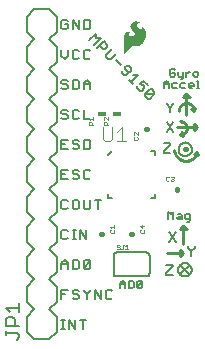
<source format=gbr>
G04 EAGLE Gerber RS-274X export*
G75*
%MOMM*%
%FSLAX34Y34*%
%LPD*%
%INSilkscreen Top*%
%IPPOS*%
%AMOC8*
5,1,8,0,0,1.08239X$1,22.5*%
G01*
%ADD10C,0.203200*%
%ADD11C,0.254000*%
%ADD12C,0.177800*%
%ADD13C,0.406400*%
%ADD14C,0.127000*%
%ADD15C,0.101600*%
%ADD16C,0.025400*%
%ADD17R,0.711200X0.406400*%
%ADD18C,0.152400*%

G36*
X82560Y241201D02*
X82560Y241201D01*
X82564Y241199D01*
X82634Y241235D01*
X82644Y241240D01*
X82645Y241241D01*
X87517Y246723D01*
X88371Y247505D01*
X89361Y248094D01*
X89712Y248221D01*
X90080Y248286D01*
X92355Y248286D01*
X92360Y248288D01*
X92366Y248286D01*
X93730Y248410D01*
X93740Y248416D01*
X93752Y248414D01*
X95071Y248782D01*
X95079Y248790D01*
X95092Y248791D01*
X96322Y249391D01*
X96329Y249398D01*
X96340Y249401D01*
X97497Y250218D01*
X97502Y250226D01*
X97511Y250229D01*
X98542Y251201D01*
X98545Y251209D01*
X98551Y251211D01*
X98552Y251213D01*
X98554Y251214D01*
X99439Y252321D01*
X99441Y252331D01*
X99450Y252338D01*
X100397Y254019D01*
X100398Y254030D01*
X100406Y254040D01*
X101034Y255864D01*
X101033Y255875D01*
X101040Y255886D01*
X101328Y257793D01*
X101325Y257804D01*
X101330Y257816D01*
X101328Y257868D01*
X101320Y258120D01*
X101316Y258246D01*
X101316Y258247D01*
X101308Y258499D01*
X101300Y258752D01*
X101296Y258878D01*
X101288Y259130D01*
X101277Y259509D01*
X101269Y259744D01*
X101265Y259753D01*
X101267Y259765D01*
X101060Y260804D01*
X101055Y260812D01*
X101055Y260823D01*
X100697Y261820D01*
X100691Y261827D01*
X100690Y261838D01*
X100188Y262772D01*
X100179Y262779D01*
X100176Y262791D01*
X99269Y263928D01*
X99258Y263934D01*
X99251Y263947D01*
X98125Y264868D01*
X98082Y264880D01*
X98041Y264896D01*
X98036Y264894D01*
X98030Y264895D01*
X97992Y264874D01*
X97952Y264855D01*
X97949Y264849D01*
X97945Y264847D01*
X97937Y264818D01*
X97919Y264770D01*
X97919Y263890D01*
X97903Y263770D01*
X97859Y263667D01*
X97585Y263327D01*
X97224Y263079D01*
X97050Y263014D01*
X96512Y262956D01*
X95982Y263054D01*
X95494Y263303D01*
X94592Y263954D01*
X94180Y264308D01*
X93829Y264718D01*
X93546Y265176D01*
X93340Y265670D01*
X93281Y265970D01*
X93293Y266273D01*
X93450Y266792D01*
X93736Y267252D01*
X94131Y267622D01*
X94612Y267877D01*
X95102Y268016D01*
X95613Y268073D01*
X96216Y268073D01*
X96217Y268073D01*
X96239Y268082D01*
X96307Y268111D01*
X96342Y268203D01*
X96338Y268212D01*
X96304Y268288D01*
X96302Y268291D01*
X96301Y268292D01*
X96300Y268293D01*
X96279Y268313D01*
X96272Y268316D01*
X96268Y268324D01*
X95833Y268662D01*
X95818Y268666D01*
X95806Y268678D01*
X95302Y268899D01*
X95301Y268899D01*
X94945Y269051D01*
X94717Y269152D01*
X94707Y269153D01*
X94697Y269159D01*
X93819Y269379D01*
X93810Y269378D01*
X93800Y269382D01*
X92900Y269468D01*
X92890Y269464D01*
X92878Y269468D01*
X92010Y269402D01*
X91999Y269396D01*
X91986Y269397D01*
X91146Y269166D01*
X91136Y269158D01*
X91123Y269157D01*
X90343Y268769D01*
X90336Y268761D01*
X90325Y268758D01*
X89548Y268198D01*
X89544Y268191D01*
X89535Y268187D01*
X88839Y267529D01*
X88834Y267518D01*
X88823Y267510D01*
X88392Y266907D01*
X88389Y266892D01*
X88377Y266879D01*
X88110Y266187D01*
X88110Y266171D01*
X88102Y266156D01*
X88015Y265419D01*
X88020Y265404D01*
X88016Y265387D01*
X88115Y264652D01*
X88123Y264639D01*
X88123Y264622D01*
X88403Y263934D01*
X88412Y263925D01*
X88415Y263911D01*
X89602Y262153D01*
X89610Y262148D01*
X89614Y262137D01*
X91067Y260596D01*
X91437Y260161D01*
X91677Y259658D01*
X91779Y259110D01*
X91736Y258554D01*
X91550Y258029D01*
X91235Y257569D01*
X90810Y257204D01*
X90267Y256911D01*
X89681Y256713D01*
X89071Y256616D01*
X88360Y256651D01*
X87682Y256858D01*
X87076Y257223D01*
X86763Y257551D01*
X86557Y257955D01*
X86464Y258371D01*
X86464Y258799D01*
X86557Y259214D01*
X86629Y259352D01*
X86747Y259466D01*
X87571Y260065D01*
X87704Y260136D01*
X87842Y260164D01*
X88000Y260148D01*
X88043Y260162D01*
X88088Y260173D01*
X88090Y260177D01*
X88094Y260178D01*
X88114Y260219D01*
X88137Y260258D01*
X88136Y260262D01*
X88138Y260266D01*
X88123Y260309D01*
X88110Y260353D01*
X88107Y260355D01*
X88106Y260359D01*
X88068Y260378D01*
X88032Y260399D01*
X87549Y260475D01*
X87544Y260474D01*
X87539Y260476D01*
X86599Y260549D01*
X86590Y260546D01*
X86579Y260549D01*
X85639Y260476D01*
X85629Y260471D01*
X85617Y260472D01*
X84918Y260288D01*
X84908Y260280D01*
X84894Y260279D01*
X84246Y259958D01*
X84238Y259949D01*
X84224Y259945D01*
X83654Y259500D01*
X83648Y259489D01*
X83636Y259483D01*
X83166Y258933D01*
X83162Y258921D01*
X83151Y258912D01*
X82750Y258180D01*
X82749Y258167D01*
X82740Y258156D01*
X82500Y257357D01*
X82501Y257344D01*
X82495Y257331D01*
X82425Y256500D01*
X82427Y256494D01*
X82425Y256489D01*
X82425Y241325D01*
X82427Y241320D01*
X82425Y241316D01*
X82446Y241276D01*
X82463Y241234D01*
X82468Y241233D01*
X82470Y241228D01*
X82513Y241215D01*
X82555Y241199D01*
X82560Y241201D01*
G37*
D10*
X53310Y253183D02*
X59062Y258935D01*
X59062Y255100D01*
X62897Y255100D01*
X57144Y249348D01*
X59925Y246567D02*
X65677Y252320D01*
X68553Y249444D01*
X68553Y247526D01*
X66636Y245609D01*
X64718Y245609D01*
X61842Y248485D01*
X67498Y240911D02*
X72292Y245705D01*
X67498Y240911D02*
X67498Y238994D01*
X69416Y237076D01*
X71333Y237076D01*
X76127Y241870D01*
X76031Y236213D02*
X79866Y232378D01*
X80729Y227681D02*
X80729Y225763D01*
X82646Y223846D01*
X84563Y223846D01*
X88398Y227681D01*
X88398Y229598D01*
X86481Y231516D01*
X84563Y231516D01*
X83605Y230557D01*
X83605Y228639D01*
X86481Y225763D01*
X90220Y223942D02*
X94055Y223942D01*
X88302Y218189D01*
X86385Y220107D02*
X90220Y216272D01*
X98752Y219244D02*
X102587Y215409D01*
X98752Y219244D02*
X95876Y216368D01*
X98752Y215409D01*
X99711Y214450D01*
X99711Y212533D01*
X97794Y210616D01*
X95876Y210616D01*
X93959Y212533D01*
X93959Y214450D01*
X100574Y207835D02*
X104409Y211670D01*
X106326Y211670D01*
X108244Y209753D01*
X108244Y207835D01*
X104409Y204000D01*
X102491Y204000D01*
X100574Y205918D01*
X100574Y207835D01*
X108244Y207835D01*
D11*
X127508Y179578D02*
X144018Y179578D01*
X130048Y184658D02*
X130198Y184656D01*
X130347Y184650D01*
X130496Y184640D01*
X130645Y184627D01*
X130794Y184609D01*
X130942Y184588D01*
X131089Y184562D01*
X131236Y184533D01*
X131382Y184500D01*
X131527Y184463D01*
X131671Y184423D01*
X131814Y184378D01*
X131956Y184330D01*
X132096Y184278D01*
X132235Y184223D01*
X132372Y184164D01*
X132508Y184101D01*
X132643Y184035D01*
X132775Y183965D01*
X132905Y183892D01*
X133034Y183816D01*
X133161Y183736D01*
X133285Y183653D01*
X133407Y183567D01*
X133527Y183477D01*
X133645Y183384D01*
X133760Y183289D01*
X133872Y183190D01*
X133982Y183089D01*
X134089Y182984D01*
X134194Y182877D01*
X134295Y182767D01*
X134394Y182655D01*
X134489Y182540D01*
X134582Y182422D01*
X134672Y182302D01*
X134758Y182180D01*
X134841Y182056D01*
X134921Y181929D01*
X134997Y181801D01*
X135070Y181670D01*
X135140Y181538D01*
X135206Y181403D01*
X135269Y181267D01*
X135328Y181130D01*
X135383Y180991D01*
X135435Y180851D01*
X135483Y180709D01*
X135528Y180566D01*
X135568Y180422D01*
X135605Y180277D01*
X135638Y180131D01*
X135667Y179984D01*
X135693Y179837D01*
X135714Y179689D01*
X135732Y179540D01*
X135745Y179391D01*
X135755Y179242D01*
X135761Y179093D01*
X135763Y178943D01*
X135761Y178793D01*
X135755Y178644D01*
X135745Y178495D01*
X135732Y178346D01*
X135714Y178197D01*
X135693Y178049D01*
X135667Y177902D01*
X135638Y177755D01*
X135605Y177609D01*
X135568Y177464D01*
X135528Y177320D01*
X135483Y177177D01*
X135435Y177035D01*
X135383Y176895D01*
X135328Y176756D01*
X135269Y176619D01*
X135206Y176483D01*
X135140Y176348D01*
X135070Y176216D01*
X134997Y176086D01*
X134921Y175957D01*
X134841Y175830D01*
X134758Y175706D01*
X134672Y175584D01*
X134582Y175464D01*
X134489Y175346D01*
X134394Y175231D01*
X134295Y175119D01*
X134194Y175009D01*
X134089Y174902D01*
X133982Y174797D01*
X133872Y174696D01*
X133760Y174597D01*
X133645Y174502D01*
X133527Y174409D01*
X133407Y174319D01*
X133285Y174233D01*
X133161Y174150D01*
X133034Y174070D01*
X132906Y173994D01*
X132775Y173921D01*
X132643Y173851D01*
X132508Y173785D01*
X132372Y173722D01*
X132235Y173663D01*
X132096Y173608D01*
X131956Y173556D01*
X131814Y173508D01*
X131671Y173463D01*
X131527Y173423D01*
X131382Y173386D01*
X131236Y173353D01*
X131089Y173324D01*
X130942Y173298D01*
X130794Y173277D01*
X130645Y173259D01*
X130496Y173246D01*
X130347Y173236D01*
X130198Y173230D01*
X130048Y173228D01*
X132588Y171958D01*
X130048Y173228D02*
X131318Y175768D01*
X141478Y182118D02*
X144018Y179578D01*
X141478Y177038D01*
X135382Y189992D02*
X135382Y207772D01*
X141732Y193802D02*
X141730Y193960D01*
X141724Y194119D01*
X141714Y194277D01*
X141700Y194434D01*
X141683Y194592D01*
X141661Y194748D01*
X141636Y194905D01*
X141606Y195060D01*
X141573Y195215D01*
X141536Y195369D01*
X141495Y195522D01*
X141450Y195674D01*
X141401Y195824D01*
X141349Y195974D01*
X141293Y196122D01*
X141233Y196269D01*
X141170Y196414D01*
X141103Y196557D01*
X141033Y196699D01*
X140959Y196839D01*
X140881Y196977D01*
X140800Y197113D01*
X140716Y197247D01*
X140629Y197379D01*
X140538Y197509D01*
X140444Y197636D01*
X140347Y197761D01*
X140246Y197884D01*
X140143Y198004D01*
X140037Y198121D01*
X139928Y198236D01*
X139816Y198348D01*
X139701Y198457D01*
X139584Y198563D01*
X139464Y198666D01*
X139341Y198767D01*
X139216Y198864D01*
X139089Y198958D01*
X138959Y199049D01*
X138827Y199136D01*
X138693Y199220D01*
X138557Y199301D01*
X138419Y199379D01*
X138279Y199453D01*
X138137Y199523D01*
X137994Y199590D01*
X137849Y199653D01*
X137702Y199713D01*
X137554Y199769D01*
X137404Y199821D01*
X137254Y199870D01*
X137102Y199915D01*
X136949Y199956D01*
X136795Y199993D01*
X136640Y200026D01*
X136485Y200056D01*
X136328Y200081D01*
X136172Y200103D01*
X136014Y200120D01*
X135857Y200134D01*
X135699Y200144D01*
X135540Y200150D01*
X135382Y200152D01*
X135224Y200150D01*
X135065Y200144D01*
X134907Y200134D01*
X134750Y200120D01*
X134592Y200103D01*
X134436Y200081D01*
X134279Y200056D01*
X134124Y200026D01*
X133969Y199993D01*
X133815Y199956D01*
X133662Y199915D01*
X133510Y199870D01*
X133360Y199821D01*
X133210Y199769D01*
X133062Y199713D01*
X132915Y199653D01*
X132770Y199590D01*
X132627Y199523D01*
X132485Y199453D01*
X132345Y199379D01*
X132207Y199301D01*
X132071Y199220D01*
X131937Y199136D01*
X131805Y199049D01*
X131675Y198958D01*
X131548Y198864D01*
X131423Y198767D01*
X131300Y198666D01*
X131180Y198563D01*
X131063Y198457D01*
X130948Y198348D01*
X130836Y198236D01*
X130727Y198121D01*
X130621Y198004D01*
X130518Y197884D01*
X130417Y197761D01*
X130320Y197636D01*
X130226Y197509D01*
X130135Y197379D01*
X130048Y197247D01*
X129964Y197113D01*
X129883Y196977D01*
X129805Y196839D01*
X129731Y196699D01*
X129661Y196557D01*
X129594Y196414D01*
X129531Y196269D01*
X129471Y196122D01*
X129415Y195974D01*
X129363Y195824D01*
X129314Y195674D01*
X129269Y195522D01*
X129228Y195369D01*
X129191Y195215D01*
X129158Y195060D01*
X129128Y194905D01*
X129103Y194748D01*
X129081Y194592D01*
X129064Y194434D01*
X129050Y194277D01*
X129040Y194119D01*
X129034Y193960D01*
X129032Y193802D01*
X141732Y193802D02*
X143002Y196342D01*
X141732Y193802D02*
X139446Y195072D01*
X132842Y205232D02*
X135382Y207772D01*
X137922Y205232D01*
X138176Y204978D02*
X132588Y204978D01*
X139446Y195072D02*
X143002Y196342D01*
X131318Y175768D02*
X132588Y171958D01*
X141478Y177038D02*
X141478Y182118D01*
D10*
X118618Y199057D02*
X118618Y200413D01*
X118618Y199057D02*
X121330Y196345D01*
X124041Y199057D01*
X124041Y200413D01*
X121330Y196345D02*
X121330Y192278D01*
X118618Y183903D02*
X124041Y175768D01*
X118618Y175768D02*
X124041Y183903D01*
X121501Y166123D02*
X116078Y166123D01*
X121501Y166123D02*
X121501Y164767D01*
X116078Y159344D01*
X116078Y157988D01*
X121501Y157988D01*
X128738Y161138D02*
X128740Y161289D01*
X128746Y161439D01*
X128756Y161589D01*
X128770Y161739D01*
X128788Y161889D01*
X128810Y162038D01*
X128836Y162186D01*
X128865Y162333D01*
X128899Y162480D01*
X128936Y162626D01*
X128978Y162771D01*
X129023Y162914D01*
X129072Y163057D01*
X129125Y163198D01*
X129181Y163337D01*
X129241Y163475D01*
X129305Y163612D01*
X129372Y163746D01*
X129443Y163879D01*
X129518Y164010D01*
X129596Y164139D01*
X129677Y164266D01*
X129761Y164390D01*
X129849Y164512D01*
X129940Y164632D01*
X130035Y164750D01*
X130132Y164865D01*
X130232Y164977D01*
X130335Y165087D01*
X130441Y165193D01*
X130550Y165297D01*
X130662Y165398D01*
X130776Y165496D01*
X130893Y165591D01*
X131012Y165683D01*
X131134Y165772D01*
X131258Y165857D01*
X131384Y165939D01*
X131513Y166018D01*
X131643Y166093D01*
X131775Y166165D01*
X131909Y166233D01*
X132045Y166298D01*
X132183Y166359D01*
X132322Y166417D01*
X132463Y166470D01*
X132605Y166520D01*
X132748Y166566D01*
X132893Y166609D01*
X133038Y166647D01*
X133185Y166682D01*
X133332Y166712D01*
X133480Y166739D01*
X133629Y166762D01*
X133778Y166781D01*
X133928Y166796D01*
X134078Y166807D01*
X134229Y166814D01*
X134379Y166817D01*
X134530Y166816D01*
X134680Y166811D01*
X134831Y166802D01*
X134981Y166789D01*
X135130Y166772D01*
X135279Y166751D01*
X135428Y166726D01*
X135576Y166698D01*
X135723Y166665D01*
X135869Y166628D01*
X136014Y166588D01*
X136158Y166544D01*
X136300Y166496D01*
X136442Y166444D01*
X136582Y166388D01*
X136720Y166329D01*
X136857Y166266D01*
X136992Y166200D01*
X137125Y166130D01*
X137256Y166056D01*
X137386Y165979D01*
X137513Y165899D01*
X137638Y165815D01*
X137761Y165728D01*
X137882Y165638D01*
X138000Y165544D01*
X138115Y165448D01*
X138228Y165348D01*
X138338Y165246D01*
X138446Y165140D01*
X138551Y165032D01*
X138652Y164921D01*
X138751Y164808D01*
X138847Y164691D01*
X138940Y164573D01*
X139029Y164452D01*
X139115Y164328D01*
X139198Y164203D01*
X139278Y164075D01*
X139354Y163945D01*
X139427Y163813D01*
X139496Y163679D01*
X139561Y163544D01*
X139623Y163407D01*
X139682Y163268D01*
X139736Y163127D01*
X139787Y162986D01*
X139834Y162843D01*
X139877Y162699D01*
X139917Y162553D01*
X139952Y162407D01*
X139984Y162260D01*
X140012Y162112D01*
X140036Y161963D01*
X140056Y161814D01*
X140072Y161664D01*
X140084Y161514D01*
X140092Y161364D01*
X140096Y161213D01*
X140096Y161063D01*
X140092Y160912D01*
X140084Y160762D01*
X140072Y160612D01*
X140056Y160462D01*
X140036Y160313D01*
X140012Y160164D01*
X139984Y160016D01*
X139952Y159869D01*
X139917Y159723D01*
X139877Y159577D01*
X139834Y159433D01*
X139787Y159290D01*
X139736Y159149D01*
X139682Y159008D01*
X139623Y158869D01*
X139561Y158732D01*
X139496Y158597D01*
X139427Y158463D01*
X139354Y158331D01*
X139278Y158201D01*
X139198Y158073D01*
X139115Y157948D01*
X139029Y157824D01*
X138940Y157703D01*
X138847Y157585D01*
X138751Y157468D01*
X138652Y157355D01*
X138551Y157244D01*
X138446Y157136D01*
X138338Y157030D01*
X138228Y156928D01*
X138115Y156828D01*
X138000Y156732D01*
X137882Y156638D01*
X137761Y156548D01*
X137638Y156461D01*
X137513Y156377D01*
X137386Y156297D01*
X137257Y156220D01*
X137125Y156146D01*
X136992Y156076D01*
X136857Y156010D01*
X136720Y155947D01*
X136582Y155888D01*
X136442Y155832D01*
X136300Y155780D01*
X136158Y155732D01*
X136014Y155688D01*
X135869Y155648D01*
X135723Y155611D01*
X135576Y155578D01*
X135428Y155550D01*
X135279Y155525D01*
X135130Y155504D01*
X134981Y155487D01*
X134831Y155474D01*
X134680Y155465D01*
X134530Y155460D01*
X134379Y155459D01*
X134229Y155462D01*
X134078Y155469D01*
X133928Y155480D01*
X133778Y155495D01*
X133629Y155514D01*
X133480Y155537D01*
X133332Y155564D01*
X133185Y155594D01*
X133038Y155629D01*
X132893Y155667D01*
X132748Y155710D01*
X132605Y155756D01*
X132463Y155806D01*
X132322Y155859D01*
X132183Y155917D01*
X132045Y155978D01*
X131909Y156043D01*
X131775Y156111D01*
X131643Y156183D01*
X131513Y156258D01*
X131384Y156337D01*
X131258Y156419D01*
X131134Y156504D01*
X131012Y156593D01*
X130893Y156685D01*
X130776Y156780D01*
X130662Y156878D01*
X130550Y156979D01*
X130441Y157083D01*
X130335Y157189D01*
X130232Y157299D01*
X130132Y157411D01*
X130035Y157526D01*
X129940Y157644D01*
X129849Y157764D01*
X129761Y157886D01*
X129677Y158010D01*
X129596Y158137D01*
X129518Y158266D01*
X129443Y158397D01*
X129372Y158530D01*
X129305Y158664D01*
X129241Y158801D01*
X129181Y158939D01*
X129125Y159078D01*
X129072Y159219D01*
X129023Y159362D01*
X128978Y159505D01*
X128936Y159650D01*
X128899Y159796D01*
X128865Y159943D01*
X128836Y160090D01*
X128810Y160238D01*
X128788Y160387D01*
X128770Y160537D01*
X128756Y160687D01*
X128746Y160837D01*
X128740Y160987D01*
X128738Y161138D01*
D11*
X144323Y158344D02*
X145593Y155804D01*
X144323Y158344D02*
X142037Y157074D01*
X145593Y155804D01*
X144323Y157836D02*
X144236Y157609D01*
X144145Y157384D01*
X144048Y157161D01*
X143945Y156940D01*
X143837Y156723D01*
X143724Y156507D01*
X143606Y156295D01*
X143482Y156086D01*
X143354Y155879D01*
X143220Y155676D01*
X143082Y155477D01*
X142939Y155280D01*
X142791Y155087D01*
X142638Y154898D01*
X142481Y154713D01*
X142320Y154531D01*
X142154Y154354D01*
X141983Y154180D01*
X141809Y154011D01*
X141630Y153846D01*
X141448Y153685D01*
X141262Y153529D01*
X141072Y153378D01*
X140878Y153231D01*
X140681Y153089D01*
X140480Y152952D01*
X140276Y152819D01*
X140069Y152692D01*
X139859Y152570D01*
X139646Y152453D01*
X139430Y152341D01*
X139212Y152234D01*
X138991Y152133D01*
X138768Y152037D01*
X138542Y151947D01*
X138314Y151862D01*
X138084Y151783D01*
X137853Y151709D01*
X137619Y151641D01*
X137385Y151579D01*
X137148Y151522D01*
X136910Y151471D01*
X136672Y151426D01*
X136432Y151387D01*
X136191Y151354D01*
X135950Y151326D01*
X135707Y151304D01*
X135465Y151289D01*
X135222Y151279D01*
X134979Y151275D01*
X134736Y151277D01*
X134493Y151285D01*
X134250Y151299D01*
X134008Y151319D01*
X133766Y151344D01*
X133525Y151376D01*
X133285Y151413D01*
X133046Y151456D01*
X132808Y151505D01*
X132571Y151560D01*
X132336Y151621D01*
X132102Y151687D01*
X131870Y151759D01*
X131639Y151836D01*
X131411Y151920D01*
X131185Y152008D01*
X130961Y152102D01*
X130739Y152202D01*
X130520Y152307D01*
X130303Y152417D01*
X130089Y152533D01*
X129878Y152653D01*
X129670Y152779D01*
X129465Y152910D01*
X129264Y153045D01*
X129065Y153186D01*
X128871Y153331D01*
X128679Y153481D01*
X128492Y153636D01*
X128308Y153795D01*
X128129Y153959D01*
X127953Y154127D01*
X127781Y154299D01*
X127614Y154475D01*
X127451Y154656D01*
X127292Y154840D01*
X127138Y155028D01*
X126989Y155219D01*
X126844Y155415D01*
X126704Y155613D01*
X126569Y155816D01*
X126439Y156021D01*
X126314Y156229D01*
X126194Y156441D01*
X126079Y156655D01*
X125970Y156872D01*
X125866Y157092D01*
X125767Y157314D01*
X125674Y157538D01*
X125586Y157765D01*
X125503Y157993D01*
X125427Y158224D01*
X125355Y158456D01*
X125290Y158690D01*
X125230Y158926D01*
X125176Y159163D01*
X125128Y159401D01*
X125086Y159641D01*
X125049Y159881D01*
X125018Y160122D01*
D12*
X35184Y269500D02*
X33786Y270898D01*
X30989Y270898D01*
X29591Y269500D01*
X29591Y263907D01*
X30989Y262509D01*
X33786Y262509D01*
X35184Y263907D01*
X35184Y266704D01*
X32387Y266704D01*
X38946Y262509D02*
X38946Y270898D01*
X44539Y262509D01*
X44539Y270898D01*
X48301Y270898D02*
X48301Y262509D01*
X52496Y262509D01*
X53894Y263907D01*
X53894Y269500D01*
X52496Y270898D01*
X48301Y270898D01*
X29591Y245498D02*
X29591Y239905D01*
X32387Y237109D01*
X35184Y239905D01*
X35184Y245498D01*
X43141Y245498D02*
X44539Y244100D01*
X43141Y245498D02*
X40344Y245498D01*
X38946Y244100D01*
X38946Y238507D01*
X40344Y237109D01*
X43141Y237109D01*
X44539Y238507D01*
X52496Y245498D02*
X53894Y244100D01*
X52496Y245498D02*
X49700Y245498D01*
X48301Y244100D01*
X48301Y238507D01*
X49700Y237109D01*
X52496Y237109D01*
X53894Y238507D01*
X35184Y218700D02*
X33786Y220098D01*
X30989Y220098D01*
X29591Y218700D01*
X29591Y217302D01*
X30989Y215904D01*
X33786Y215904D01*
X35184Y214505D01*
X35184Y213107D01*
X33786Y211709D01*
X30989Y211709D01*
X29591Y213107D01*
X38946Y211709D02*
X38946Y220098D01*
X38946Y211709D02*
X43141Y211709D01*
X44539Y213107D01*
X44539Y218700D01*
X43141Y220098D01*
X38946Y220098D01*
X48301Y217302D02*
X48301Y211709D01*
X48301Y217302D02*
X51098Y220098D01*
X53894Y217302D01*
X53894Y211709D01*
X53894Y215904D02*
X48301Y215904D01*
X33786Y194698D02*
X35184Y193300D01*
X33786Y194698D02*
X30989Y194698D01*
X29591Y193300D01*
X29591Y191902D01*
X30989Y190504D01*
X33786Y190504D01*
X35184Y189105D01*
X35184Y187707D01*
X33786Y186309D01*
X30989Y186309D01*
X29591Y187707D01*
X43141Y194698D02*
X44539Y193300D01*
X43141Y194698D02*
X40344Y194698D01*
X38946Y193300D01*
X38946Y187707D01*
X40344Y186309D01*
X43141Y186309D01*
X44539Y187707D01*
X48301Y186309D02*
X48301Y194698D01*
X48301Y186309D02*
X53894Y186309D01*
X35184Y169298D02*
X29591Y169298D01*
X29591Y160909D01*
X35184Y160909D01*
X32387Y165104D02*
X29591Y165104D01*
X43141Y169298D02*
X44539Y167900D01*
X43141Y169298D02*
X40344Y169298D01*
X38946Y167900D01*
X38946Y166502D01*
X40344Y165104D01*
X43141Y165104D01*
X44539Y163705D01*
X44539Y162307D01*
X43141Y160909D01*
X40344Y160909D01*
X38946Y162307D01*
X48301Y160909D02*
X48301Y169298D01*
X48301Y160909D02*
X52496Y160909D01*
X53894Y162307D01*
X53894Y167900D01*
X52496Y169298D01*
X48301Y169298D01*
X33786Y118498D02*
X35184Y117100D01*
X33786Y118498D02*
X30989Y118498D01*
X29591Y117100D01*
X29591Y111507D01*
X30989Y110109D01*
X33786Y110109D01*
X35184Y111507D01*
X40344Y118498D02*
X43141Y118498D01*
X40344Y118498D02*
X38946Y117100D01*
X38946Y111507D01*
X40344Y110109D01*
X43141Y110109D01*
X44539Y111507D01*
X44539Y117100D01*
X43141Y118498D01*
X48301Y118498D02*
X48301Y111507D01*
X49700Y110109D01*
X52496Y110109D01*
X53894Y111507D01*
X53894Y118498D01*
X60453Y118498D02*
X60453Y110109D01*
X57657Y118498D02*
X63249Y118498D01*
X35184Y91700D02*
X33786Y93098D01*
X30989Y93098D01*
X29591Y91700D01*
X29591Y86107D01*
X30989Y84709D01*
X33786Y84709D01*
X35184Y86107D01*
X38946Y84709D02*
X41743Y84709D01*
X40344Y84709D02*
X40344Y93098D01*
X38946Y93098D02*
X41743Y93098D01*
X45183Y93098D02*
X45183Y84709D01*
X50776Y84709D02*
X45183Y93098D01*
X50776Y93098D02*
X50776Y84709D01*
X29591Y64902D02*
X29591Y59309D01*
X29591Y64902D02*
X32387Y67698D01*
X35184Y64902D01*
X35184Y59309D01*
X35184Y63504D02*
X29591Y63504D01*
X38946Y67698D02*
X38946Y59309D01*
X43141Y59309D01*
X44539Y60707D01*
X44539Y66300D01*
X43141Y67698D01*
X38946Y67698D01*
X48301Y66300D02*
X48301Y60707D01*
X48301Y66300D02*
X49700Y67698D01*
X52496Y67698D01*
X53894Y66300D01*
X53894Y60707D01*
X52496Y59309D01*
X49700Y59309D01*
X48301Y60707D01*
X53894Y66300D01*
X29591Y42298D02*
X29591Y33909D01*
X29591Y42298D02*
X35184Y42298D01*
X32387Y38104D02*
X29591Y38104D01*
X43141Y42298D02*
X44539Y40900D01*
X43141Y42298D02*
X40344Y42298D01*
X38946Y40900D01*
X38946Y39502D01*
X40344Y38104D01*
X43141Y38104D01*
X44539Y36705D01*
X44539Y35307D01*
X43141Y33909D01*
X40344Y33909D01*
X38946Y35307D01*
X48301Y40900D02*
X48301Y42298D01*
X48301Y40900D02*
X51098Y38104D01*
X53894Y40900D01*
X53894Y42298D01*
X51098Y38104D02*
X51098Y33909D01*
X57657Y33909D02*
X57657Y42298D01*
X63249Y33909D01*
X63249Y42298D01*
X71206Y42298D02*
X72605Y40900D01*
X71206Y42298D02*
X68410Y42298D01*
X67012Y40900D01*
X67012Y35307D01*
X68410Y33909D01*
X71206Y33909D01*
X72605Y35307D01*
X32387Y8509D02*
X29591Y8509D01*
X30989Y8509D02*
X30989Y16898D01*
X29591Y16898D02*
X32387Y16898D01*
X35828Y16898D02*
X35828Y8509D01*
X41421Y8509D02*
X35828Y16898D01*
X41421Y16898D02*
X41421Y8509D01*
X47979Y8509D02*
X47979Y16898D01*
X45183Y16898D02*
X50776Y16898D01*
X35184Y143898D02*
X29591Y143898D01*
X29591Y135509D01*
X35184Y135509D01*
X32387Y139704D02*
X29591Y139704D01*
X43141Y143898D02*
X44539Y142500D01*
X43141Y143898D02*
X40344Y143898D01*
X38946Y142500D01*
X38946Y141102D01*
X40344Y139704D01*
X43141Y139704D01*
X44539Y138305D01*
X44539Y136907D01*
X43141Y135509D01*
X40344Y135509D01*
X38946Y136907D01*
X52496Y143898D02*
X53894Y142500D01*
X52496Y143898D02*
X49700Y143898D01*
X48301Y142500D01*
X48301Y136907D01*
X49700Y135509D01*
X52496Y135509D01*
X53894Y136907D01*
D13*
X134137Y161163D02*
X134139Y161194D01*
X134145Y161225D01*
X134154Y161255D01*
X134167Y161283D01*
X134184Y161310D01*
X134203Y161334D01*
X134226Y161356D01*
X134251Y161375D01*
X134278Y161390D01*
X134307Y161403D01*
X134337Y161411D01*
X134368Y161416D01*
X134399Y161417D01*
X134430Y161414D01*
X134461Y161407D01*
X134490Y161397D01*
X134518Y161383D01*
X134544Y161366D01*
X134568Y161345D01*
X134589Y161322D01*
X134607Y161297D01*
X134622Y161269D01*
X134633Y161240D01*
X134641Y161210D01*
X134645Y161179D01*
X134645Y161147D01*
X134641Y161116D01*
X134633Y161086D01*
X134622Y161057D01*
X134607Y161029D01*
X134589Y161004D01*
X134568Y160981D01*
X134544Y160960D01*
X134518Y160943D01*
X134490Y160929D01*
X134461Y160919D01*
X134430Y160912D01*
X134399Y160909D01*
X134368Y160910D01*
X134337Y160915D01*
X134307Y160923D01*
X134278Y160936D01*
X134251Y160951D01*
X134226Y160970D01*
X134203Y160992D01*
X134184Y161016D01*
X134167Y161043D01*
X134154Y161071D01*
X134145Y161101D01*
X134139Y161132D01*
X134137Y161163D01*
D14*
X79400Y47773D02*
X79400Y43536D01*
X79400Y47773D02*
X81519Y49891D01*
X83637Y47773D01*
X83637Y43536D01*
X83637Y46713D02*
X79400Y46713D01*
X86417Y43536D02*
X86417Y49891D01*
X86417Y43536D02*
X89594Y43536D01*
X90654Y44595D01*
X90654Y48832D01*
X89594Y49891D01*
X86417Y49891D01*
X93433Y48832D02*
X93433Y44595D01*
X93433Y48832D02*
X94492Y49891D01*
X96611Y49891D01*
X97670Y48832D01*
X97670Y44595D01*
X96611Y43536D01*
X94492Y43536D01*
X93433Y44595D01*
X97670Y48832D01*
D11*
X118618Y72898D02*
X132588Y72898D01*
X130048Y75438D01*
X132588Y72898D02*
X130048Y70358D01*
X132842Y80772D02*
X132842Y96012D01*
X130302Y93472D01*
X132842Y96012D02*
X135382Y93472D01*
X135636Y93218D02*
X130048Y93218D01*
X130048Y75438D02*
X130048Y70358D01*
D12*
X136779Y77730D02*
X136779Y79128D01*
X136779Y77730D02*
X139575Y74934D01*
X142372Y77730D01*
X142372Y79128D01*
X139575Y74934D02*
X139575Y70739D01*
X126624Y82931D02*
X121031Y91320D01*
X126624Y91320D02*
X121031Y82931D01*
X118491Y63380D02*
X124084Y63380D01*
X124084Y61982D01*
X118491Y56389D01*
X118491Y54991D01*
X124084Y54991D01*
D10*
X130302Y55118D02*
X138176Y62992D01*
X130302Y62992D02*
X130048Y62992D01*
X130302Y62992D02*
X137922Y55372D01*
X128433Y59182D02*
X128435Y59333D01*
X128441Y59483D01*
X128451Y59633D01*
X128465Y59783D01*
X128483Y59933D01*
X128505Y60082D01*
X128531Y60230D01*
X128560Y60377D01*
X128594Y60524D01*
X128631Y60670D01*
X128673Y60815D01*
X128718Y60958D01*
X128767Y61101D01*
X128820Y61242D01*
X128876Y61381D01*
X128936Y61519D01*
X129000Y61656D01*
X129067Y61790D01*
X129138Y61923D01*
X129213Y62054D01*
X129291Y62183D01*
X129372Y62310D01*
X129456Y62434D01*
X129544Y62556D01*
X129635Y62676D01*
X129730Y62794D01*
X129827Y62909D01*
X129927Y63021D01*
X130030Y63131D01*
X130136Y63237D01*
X130245Y63341D01*
X130357Y63442D01*
X130471Y63540D01*
X130588Y63635D01*
X130707Y63727D01*
X130829Y63816D01*
X130953Y63901D01*
X131079Y63983D01*
X131208Y64062D01*
X131338Y64137D01*
X131470Y64209D01*
X131604Y64277D01*
X131740Y64342D01*
X131878Y64403D01*
X132017Y64461D01*
X132158Y64514D01*
X132300Y64564D01*
X132443Y64610D01*
X132588Y64653D01*
X132733Y64691D01*
X132880Y64726D01*
X133027Y64756D01*
X133175Y64783D01*
X133324Y64806D01*
X133473Y64825D01*
X133623Y64840D01*
X133773Y64851D01*
X133924Y64858D01*
X134074Y64861D01*
X134225Y64860D01*
X134375Y64855D01*
X134526Y64846D01*
X134676Y64833D01*
X134825Y64816D01*
X134974Y64795D01*
X135123Y64770D01*
X135271Y64742D01*
X135418Y64709D01*
X135564Y64672D01*
X135709Y64632D01*
X135853Y64588D01*
X135995Y64540D01*
X136137Y64488D01*
X136277Y64432D01*
X136415Y64373D01*
X136552Y64310D01*
X136687Y64244D01*
X136820Y64174D01*
X136951Y64100D01*
X137081Y64023D01*
X137208Y63943D01*
X137333Y63859D01*
X137456Y63772D01*
X137577Y63682D01*
X137695Y63588D01*
X137810Y63492D01*
X137923Y63392D01*
X138033Y63290D01*
X138141Y63184D01*
X138246Y63076D01*
X138347Y62965D01*
X138446Y62852D01*
X138542Y62735D01*
X138635Y62617D01*
X138724Y62496D01*
X138810Y62372D01*
X138893Y62247D01*
X138973Y62119D01*
X139049Y61989D01*
X139122Y61857D01*
X139191Y61723D01*
X139256Y61588D01*
X139318Y61451D01*
X139377Y61312D01*
X139431Y61171D01*
X139482Y61030D01*
X139529Y60887D01*
X139572Y60743D01*
X139612Y60597D01*
X139647Y60451D01*
X139679Y60304D01*
X139707Y60156D01*
X139731Y60007D01*
X139751Y59858D01*
X139767Y59708D01*
X139779Y59558D01*
X139787Y59408D01*
X139791Y59257D01*
X139791Y59107D01*
X139787Y58956D01*
X139779Y58806D01*
X139767Y58656D01*
X139751Y58506D01*
X139731Y58357D01*
X139707Y58208D01*
X139679Y58060D01*
X139647Y57913D01*
X139612Y57767D01*
X139572Y57621D01*
X139529Y57477D01*
X139482Y57334D01*
X139431Y57193D01*
X139377Y57052D01*
X139318Y56913D01*
X139256Y56776D01*
X139191Y56641D01*
X139122Y56507D01*
X139049Y56375D01*
X138973Y56245D01*
X138893Y56117D01*
X138810Y55992D01*
X138724Y55868D01*
X138635Y55747D01*
X138542Y55629D01*
X138446Y55512D01*
X138347Y55399D01*
X138246Y55288D01*
X138141Y55180D01*
X138033Y55074D01*
X137923Y54972D01*
X137810Y54872D01*
X137695Y54776D01*
X137577Y54682D01*
X137456Y54592D01*
X137333Y54505D01*
X137208Y54421D01*
X137081Y54341D01*
X136952Y54264D01*
X136820Y54190D01*
X136687Y54120D01*
X136552Y54054D01*
X136415Y53991D01*
X136277Y53932D01*
X136137Y53876D01*
X135995Y53824D01*
X135853Y53776D01*
X135709Y53732D01*
X135564Y53692D01*
X135418Y53655D01*
X135271Y53622D01*
X135123Y53594D01*
X134974Y53569D01*
X134825Y53548D01*
X134676Y53531D01*
X134526Y53518D01*
X134375Y53509D01*
X134225Y53504D01*
X134074Y53503D01*
X133924Y53506D01*
X133773Y53513D01*
X133623Y53524D01*
X133473Y53539D01*
X133324Y53558D01*
X133175Y53581D01*
X133027Y53608D01*
X132880Y53638D01*
X132733Y53673D01*
X132588Y53711D01*
X132443Y53754D01*
X132300Y53800D01*
X132158Y53850D01*
X132017Y53903D01*
X131878Y53961D01*
X131740Y54022D01*
X131604Y54087D01*
X131470Y54155D01*
X131338Y54227D01*
X131208Y54302D01*
X131079Y54381D01*
X130953Y54463D01*
X130829Y54548D01*
X130707Y54637D01*
X130588Y54729D01*
X130471Y54824D01*
X130357Y54922D01*
X130245Y55023D01*
X130136Y55127D01*
X130030Y55233D01*
X129927Y55343D01*
X129827Y55455D01*
X129730Y55570D01*
X129635Y55688D01*
X129544Y55808D01*
X129456Y55930D01*
X129372Y56054D01*
X129291Y56181D01*
X129213Y56310D01*
X129138Y56441D01*
X129067Y56574D01*
X129000Y56708D01*
X128936Y56845D01*
X128876Y56983D01*
X128820Y57122D01*
X128767Y57263D01*
X128718Y57406D01*
X128673Y57549D01*
X128631Y57694D01*
X128594Y57840D01*
X128560Y57987D01*
X128531Y58134D01*
X128505Y58282D01*
X128483Y58431D01*
X128465Y58581D01*
X128451Y58731D01*
X128441Y58881D01*
X128435Y59031D01*
X128433Y59182D01*
D14*
X125547Y227902D02*
X124488Y228961D01*
X122370Y228961D01*
X121310Y227902D01*
X121310Y223665D01*
X122370Y222606D01*
X124488Y222606D01*
X125547Y223665D01*
X125547Y225783D01*
X123429Y225783D01*
X128327Y226843D02*
X128327Y223665D01*
X129386Y222606D01*
X132564Y222606D01*
X132564Y221546D02*
X132564Y226843D01*
X132564Y221546D02*
X131504Y220487D01*
X130445Y220487D01*
X135343Y222606D02*
X135343Y226843D01*
X135343Y224724D02*
X137462Y226843D01*
X138521Y226843D01*
X142249Y222606D02*
X144368Y222606D01*
X145427Y223665D01*
X145427Y225783D01*
X144368Y226843D01*
X142249Y226843D01*
X141190Y225783D01*
X141190Y223665D01*
X142249Y222606D01*
X116205Y216962D02*
X116205Y212725D01*
X116205Y216962D02*
X118323Y219080D01*
X120442Y216962D01*
X120442Y212725D01*
X120442Y215903D02*
X116205Y215903D01*
X124281Y216962D02*
X127458Y216962D01*
X124281Y216962D02*
X123221Y215903D01*
X123221Y213784D01*
X124281Y212725D01*
X127458Y212725D01*
X131297Y216962D02*
X134475Y216962D01*
X131297Y216962D02*
X130238Y215903D01*
X130238Y213784D01*
X131297Y212725D01*
X134475Y212725D01*
X138313Y212725D02*
X140432Y212725D01*
X138313Y212725D02*
X137254Y213784D01*
X137254Y215903D01*
X138313Y216962D01*
X140432Y216962D01*
X141491Y215903D01*
X141491Y214843D01*
X137254Y214843D01*
X144271Y219080D02*
X145330Y219080D01*
X145330Y212725D01*
X144271Y212725D02*
X146389Y212725D01*
X120040Y108311D02*
X120040Y101956D01*
X122159Y106193D02*
X120040Y108311D01*
X122159Y106193D02*
X124277Y108311D01*
X124277Y101956D01*
X128116Y106193D02*
X130234Y106193D01*
X131294Y105133D01*
X131294Y101956D01*
X128116Y101956D01*
X127057Y103015D01*
X128116Y104074D01*
X131294Y104074D01*
X136192Y99837D02*
X137251Y99837D01*
X138310Y100896D01*
X138310Y106193D01*
X135132Y106193D01*
X134073Y105133D01*
X134073Y103015D01*
X135132Y101956D01*
X138310Y101956D01*
D10*
X108900Y119700D02*
X105400Y119700D01*
X108900Y119700D02*
X108900Y123200D01*
X72400Y119700D02*
X68900Y119700D01*
X68900Y123200D01*
X108900Y156200D02*
X108900Y159700D01*
X105400Y159700D01*
X72400Y159700D02*
X68900Y156200D01*
D15*
X64908Y170157D02*
X64908Y179902D01*
X64908Y170157D02*
X66857Y168208D01*
X70755Y168208D01*
X72704Y170157D01*
X72704Y179902D01*
X76602Y176004D02*
X80500Y179902D01*
X80500Y168208D01*
X76602Y168208D02*
X84398Y168208D01*
D13*
X63805Y88900D02*
X63195Y88900D01*
D16*
X70609Y92339D02*
X71244Y92975D01*
X70609Y92339D02*
X70609Y91068D01*
X71244Y90433D01*
X73786Y90433D01*
X74422Y91068D01*
X74422Y92339D01*
X73786Y92975D01*
X71880Y94175D02*
X70609Y95446D01*
X74422Y95446D01*
X74422Y94175D02*
X74422Y96717D01*
D17*
X63500Y190500D03*
D16*
X56388Y181737D02*
X52575Y181737D01*
X52575Y183644D01*
X53210Y184279D01*
X54481Y184279D01*
X55117Y183644D01*
X55117Y181737D01*
X55117Y183008D02*
X56388Y184279D01*
X53846Y185479D02*
X52575Y186750D01*
X56388Y186750D01*
X56388Y185479D02*
X56388Y188021D01*
D17*
X76200Y190500D03*
D16*
X69088Y181737D02*
X65275Y181737D01*
X65275Y183644D01*
X65910Y184279D01*
X67181Y184279D01*
X67817Y183644D01*
X67817Y181737D01*
X67817Y183008D02*
X69088Y184279D01*
X69088Y185479D02*
X69088Y188021D01*
X69088Y185479D02*
X66546Y188021D01*
X65910Y188021D01*
X65275Y187386D01*
X65275Y186115D01*
X65910Y185479D01*
D13*
X101295Y177800D02*
X101905Y177800D01*
D16*
X91310Y171579D02*
X90675Y170944D01*
X90675Y169673D01*
X91310Y169037D01*
X93852Y169037D01*
X94488Y169673D01*
X94488Y170944D01*
X93852Y171579D01*
X94488Y172779D02*
X94488Y175321D01*
X94488Y172779D02*
X91946Y175321D01*
X91310Y175321D01*
X90675Y174686D01*
X90675Y173415D01*
X91310Y172779D01*
D13*
X127000Y127305D02*
X127000Y126695D01*
D16*
X120779Y137290D02*
X120144Y137925D01*
X118873Y137925D01*
X118237Y137290D01*
X118237Y134748D01*
X118873Y134112D01*
X120144Y134112D01*
X120779Y134748D01*
X121979Y137290D02*
X122615Y137925D01*
X123886Y137925D01*
X124521Y137290D01*
X124521Y136654D01*
X123886Y136019D01*
X123250Y136019D01*
X123886Y136019D02*
X124521Y135383D01*
X124521Y134748D01*
X123886Y134112D01*
X122615Y134112D01*
X121979Y134748D01*
D13*
X89205Y88900D02*
X88595Y88900D01*
D16*
X96009Y92339D02*
X96644Y92975D01*
X96009Y92339D02*
X96009Y91068D01*
X96644Y90433D01*
X99186Y90433D01*
X99822Y91068D01*
X99822Y92339D01*
X99186Y92975D01*
X99822Y96082D02*
X96009Y96082D01*
X97915Y94175D01*
X97915Y96717D01*
D10*
X0Y158750D02*
X0Y171450D01*
X6350Y177800D01*
X19050Y177800D02*
X25400Y171450D01*
X0Y133350D02*
X6350Y127000D01*
X0Y133350D02*
X0Y146050D01*
X6350Y152400D01*
X19050Y152400D02*
X25400Y146050D01*
X25400Y133350D01*
X19050Y127000D01*
X6350Y152400D02*
X0Y158750D01*
X19050Y152400D02*
X25400Y158750D01*
X25400Y171450D01*
X0Y95250D02*
X0Y82550D01*
X0Y95250D02*
X6350Y101600D01*
X19050Y101600D02*
X25400Y95250D01*
X6350Y101600D02*
X0Y107950D01*
X0Y120650D01*
X6350Y127000D01*
X19050Y127000D02*
X25400Y120650D01*
X25400Y107950D01*
X19050Y101600D01*
X0Y57150D02*
X6350Y50800D01*
X0Y57150D02*
X0Y69850D01*
X6350Y76200D01*
X19050Y76200D02*
X25400Y69850D01*
X25400Y57150D01*
X19050Y50800D01*
X6350Y76200D02*
X0Y82550D01*
X19050Y76200D02*
X25400Y82550D01*
X25400Y95250D01*
X0Y19050D02*
X0Y6350D01*
X0Y19050D02*
X6350Y25400D01*
X19050Y25400D02*
X25400Y19050D01*
X6350Y25400D02*
X0Y31750D01*
X0Y44450D01*
X6350Y50800D01*
X19050Y50800D02*
X25400Y44450D01*
X25400Y31750D01*
X19050Y25400D01*
X19050Y0D02*
X6350Y0D01*
X0Y6350D01*
X19050Y0D02*
X25400Y6350D01*
X25400Y19050D01*
X0Y184150D02*
X0Y196850D01*
X6350Y203200D01*
X19050Y203200D02*
X25400Y196850D01*
X6350Y177800D02*
X0Y184150D01*
X19050Y177800D02*
X25400Y184150D01*
X25400Y196850D01*
X0Y209550D02*
X0Y222250D01*
X6350Y228600D01*
X19050Y228600D02*
X25400Y222250D01*
X6350Y203200D02*
X0Y209550D01*
X19050Y203200D02*
X25400Y209550D01*
X25400Y222250D01*
X0Y234950D02*
X0Y247650D01*
X6350Y254000D01*
X19050Y254000D02*
X25400Y247650D01*
X6350Y228600D02*
X0Y234950D01*
X19050Y228600D02*
X25400Y234950D01*
X25400Y247650D01*
X0Y260350D02*
X0Y273050D01*
X6350Y279400D01*
X19050Y279400D01*
X25400Y273050D01*
X6350Y254000D02*
X0Y260350D01*
X19050Y254000D02*
X25400Y260350D01*
X25400Y273050D01*
D14*
X-6223Y1780D02*
X-8130Y-127D01*
X-6223Y1780D02*
X-6223Y3686D01*
X-8130Y5593D01*
X-17663Y5593D01*
X-17663Y3686D02*
X-17663Y7500D01*
X-17663Y11567D02*
X-6223Y11567D01*
X-17663Y11567D02*
X-17663Y17287D01*
X-15756Y19193D01*
X-11943Y19193D01*
X-10036Y17287D01*
X-10036Y11567D01*
X-13850Y23261D02*
X-17663Y27074D01*
X-6223Y27074D01*
X-6223Y23261D02*
X-6223Y30887D01*
D18*
X76200Y53340D02*
X101600Y53340D01*
X104140Y71120D02*
X104138Y71220D01*
X104132Y71319D01*
X104122Y71419D01*
X104109Y71517D01*
X104091Y71616D01*
X104070Y71713D01*
X104045Y71809D01*
X104016Y71905D01*
X103983Y71999D01*
X103947Y72092D01*
X103907Y72183D01*
X103863Y72273D01*
X103816Y72361D01*
X103766Y72447D01*
X103712Y72531D01*
X103655Y72613D01*
X103595Y72692D01*
X103531Y72770D01*
X103465Y72844D01*
X103396Y72916D01*
X103324Y72985D01*
X103250Y73051D01*
X103172Y73115D01*
X103093Y73175D01*
X103011Y73232D01*
X102927Y73286D01*
X102841Y73336D01*
X102753Y73383D01*
X102663Y73427D01*
X102572Y73467D01*
X102479Y73503D01*
X102385Y73536D01*
X102289Y73565D01*
X102193Y73590D01*
X102096Y73611D01*
X101997Y73629D01*
X101899Y73642D01*
X101799Y73652D01*
X101700Y73658D01*
X101600Y73660D01*
X76200Y73660D02*
X76100Y73658D01*
X76001Y73652D01*
X75901Y73642D01*
X75803Y73629D01*
X75704Y73611D01*
X75607Y73590D01*
X75511Y73565D01*
X75415Y73536D01*
X75321Y73503D01*
X75228Y73467D01*
X75137Y73427D01*
X75047Y73383D01*
X74959Y73336D01*
X74873Y73286D01*
X74789Y73232D01*
X74707Y73175D01*
X74628Y73115D01*
X74550Y73051D01*
X74476Y72985D01*
X74404Y72916D01*
X74335Y72844D01*
X74269Y72770D01*
X74205Y72692D01*
X74145Y72613D01*
X74088Y72531D01*
X74034Y72447D01*
X73984Y72361D01*
X73937Y72273D01*
X73893Y72183D01*
X73853Y72092D01*
X73817Y71999D01*
X73784Y71905D01*
X73755Y71809D01*
X73730Y71713D01*
X73709Y71616D01*
X73691Y71517D01*
X73678Y71419D01*
X73668Y71319D01*
X73662Y71220D01*
X73660Y71120D01*
X73660Y55880D02*
X73662Y55780D01*
X73668Y55681D01*
X73678Y55581D01*
X73691Y55483D01*
X73709Y55384D01*
X73730Y55287D01*
X73755Y55191D01*
X73784Y55095D01*
X73817Y55001D01*
X73853Y54908D01*
X73893Y54817D01*
X73937Y54727D01*
X73984Y54639D01*
X74034Y54553D01*
X74088Y54469D01*
X74145Y54387D01*
X74205Y54308D01*
X74269Y54230D01*
X74335Y54156D01*
X74404Y54084D01*
X74476Y54015D01*
X74550Y53949D01*
X74628Y53885D01*
X74707Y53825D01*
X74789Y53768D01*
X74873Y53714D01*
X74959Y53664D01*
X75047Y53617D01*
X75137Y53573D01*
X75228Y53533D01*
X75321Y53497D01*
X75415Y53464D01*
X75511Y53435D01*
X75607Y53410D01*
X75704Y53389D01*
X75803Y53371D01*
X75901Y53358D01*
X76001Y53348D01*
X76100Y53342D01*
X76200Y53340D01*
X101600Y53340D02*
X101700Y53342D01*
X101799Y53348D01*
X101899Y53358D01*
X101997Y53371D01*
X102096Y53389D01*
X102193Y53410D01*
X102289Y53435D01*
X102385Y53464D01*
X102479Y53497D01*
X102572Y53533D01*
X102663Y53573D01*
X102753Y53617D01*
X102841Y53664D01*
X102927Y53714D01*
X103011Y53768D01*
X103093Y53825D01*
X103172Y53885D01*
X103250Y53949D01*
X103324Y54015D01*
X103396Y54084D01*
X103465Y54156D01*
X103531Y54230D01*
X103595Y54308D01*
X103655Y54387D01*
X103712Y54469D01*
X103766Y54553D01*
X103816Y54639D01*
X103863Y54727D01*
X103907Y54817D01*
X103947Y54908D01*
X103983Y55001D01*
X104016Y55095D01*
X104045Y55191D01*
X104070Y55287D01*
X104091Y55384D01*
X104109Y55483D01*
X104122Y55581D01*
X104132Y55681D01*
X104138Y55780D01*
X104140Y55880D01*
X104140Y71120D01*
X73660Y71120D02*
X73660Y55880D01*
X76200Y73660D02*
X101600Y73660D01*
D16*
X78869Y79505D02*
X78234Y80140D01*
X76963Y80140D01*
X76327Y79505D01*
X76327Y78869D01*
X76963Y78234D01*
X78234Y78234D01*
X78869Y77598D01*
X78869Y76963D01*
X78234Y76327D01*
X76963Y76327D01*
X76327Y76963D01*
X80069Y76963D02*
X80705Y76327D01*
X81340Y76327D01*
X81976Y76963D01*
X81976Y80140D01*
X82611Y80140D02*
X81340Y80140D01*
X83811Y78869D02*
X85082Y80140D01*
X85082Y76327D01*
X83811Y76327D02*
X86353Y76327D01*
M02*

</source>
